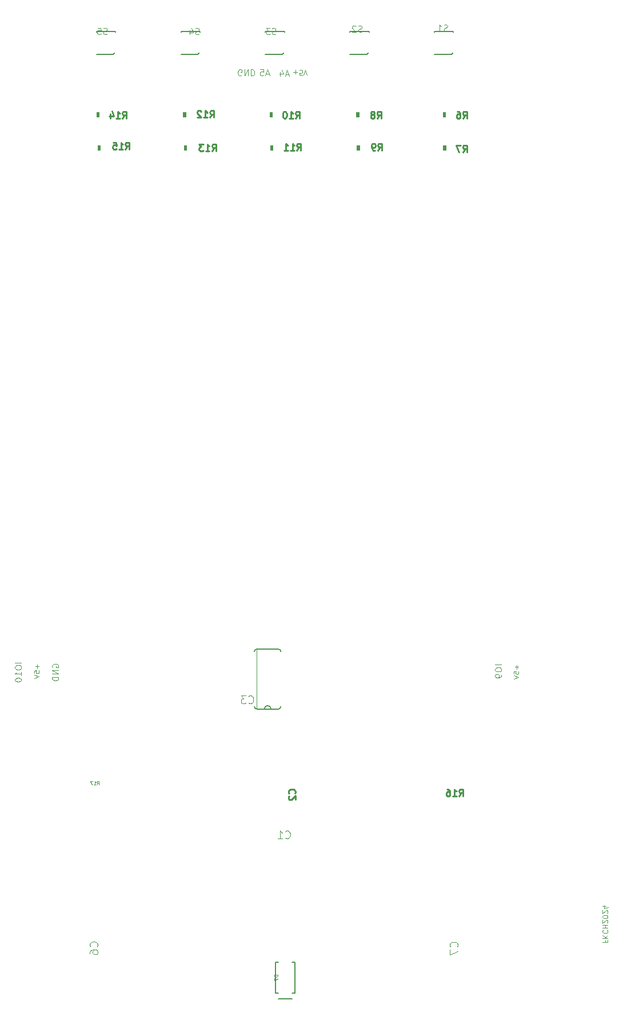
<source format=gbr>
%TF.GenerationSoftware,KiCad,Pcbnew,7.0.7*%
%TF.CreationDate,2024-03-05T14:43:23+08:00*%
%TF.ProjectId,lekirbotv2,6c656b69-7262-46f7-9476-322e6b696361,rev?*%
%TF.SameCoordinates,Original*%
%TF.FileFunction,Legend,Bot*%
%TF.FilePolarity,Positive*%
%FSLAX46Y46*%
G04 Gerber Fmt 4.6, Leading zero omitted, Abs format (unit mm)*
G04 Created by KiCad (PCBNEW 7.0.7) date 2024-03-05 14:43:23*
%MOMM*%
%LPD*%
G01*
G04 APERTURE LIST*
%ADD10C,0.081280*%
%ADD11C,0.065024*%
%ADD12C,0.097536*%
%ADD13C,0.121920*%
%ADD14C,0.250000*%
%ADD15C,0.093472*%
%ADD16C,0.116840*%
%ADD17C,0.114300*%
%ADD18C,0.203200*%
%ADD19C,0.050800*%
%ADD20C,0.152400*%
G04 APERTURE END LIST*
D10*
X55177581Y-131255276D02*
X54242861Y-131255276D01*
X54242861Y-131878423D02*
X54242861Y-132056465D01*
X54242861Y-132056465D02*
X54287371Y-132145486D01*
X54287371Y-132145486D02*
X54376392Y-132234507D01*
X54376392Y-132234507D02*
X54554434Y-132279017D01*
X54554434Y-132279017D02*
X54866008Y-132279017D01*
X54866008Y-132279017D02*
X55044050Y-132234507D01*
X55044050Y-132234507D02*
X55133071Y-132145486D01*
X55133071Y-132145486D02*
X55177581Y-132056465D01*
X55177581Y-132056465D02*
X55177581Y-131878423D01*
X55177581Y-131878423D02*
X55133071Y-131789402D01*
X55133071Y-131789402D02*
X55044050Y-131700381D01*
X55044050Y-131700381D02*
X54866008Y-131655870D01*
X54866008Y-131655870D02*
X54554434Y-131655870D01*
X54554434Y-131655870D02*
X54376392Y-131700381D01*
X54376392Y-131700381D02*
X54287371Y-131789402D01*
X54287371Y-131789402D02*
X54242861Y-131878423D01*
X55177581Y-133169226D02*
X55177581Y-132635100D01*
X55177581Y-132902163D02*
X54242861Y-132902163D01*
X54242861Y-132902163D02*
X54376392Y-132813142D01*
X54376392Y-132813142D02*
X54465413Y-132724121D01*
X54465413Y-132724121D02*
X54509924Y-132635100D01*
X54242861Y-133747863D02*
X54242861Y-133836884D01*
X54242861Y-133836884D02*
X54287371Y-133925905D01*
X54287371Y-133925905D02*
X54331882Y-133970415D01*
X54331882Y-133970415D02*
X54420903Y-134014926D01*
X54420903Y-134014926D02*
X54598945Y-134059436D01*
X54598945Y-134059436D02*
X54821497Y-134059436D01*
X54821497Y-134059436D02*
X54999539Y-134014926D01*
X54999539Y-134014926D02*
X55088560Y-133970415D01*
X55088560Y-133970415D02*
X55133071Y-133925905D01*
X55133071Y-133925905D02*
X55177581Y-133836884D01*
X55177581Y-133836884D02*
X55177581Y-133747863D01*
X55177581Y-133747863D02*
X55133071Y-133658842D01*
X55133071Y-133658842D02*
X55088560Y-133614331D01*
X55088560Y-133614331D02*
X54999539Y-133569821D01*
X54999539Y-133569821D02*
X54821497Y-133525310D01*
X54821497Y-133525310D02*
X54598945Y-133525310D01*
X54598945Y-133525310D02*
X54420903Y-133569821D01*
X54420903Y-133569821D02*
X54331882Y-133614331D01*
X54331882Y-133614331D02*
X54287371Y-133658842D01*
X54287371Y-133658842D02*
X54242861Y-133747863D01*
X67840885Y-38240471D02*
X67707353Y-38284981D01*
X67707353Y-38284981D02*
X67484801Y-38284981D01*
X67484801Y-38284981D02*
X67395780Y-38240471D01*
X67395780Y-38240471D02*
X67351269Y-38195960D01*
X67351269Y-38195960D02*
X67306759Y-38106939D01*
X67306759Y-38106939D02*
X67306759Y-38017918D01*
X67306759Y-38017918D02*
X67351269Y-37928897D01*
X67351269Y-37928897D02*
X67395780Y-37884387D01*
X67395780Y-37884387D02*
X67484801Y-37839876D01*
X67484801Y-37839876D02*
X67662843Y-37795366D01*
X67662843Y-37795366D02*
X67751864Y-37750855D01*
X67751864Y-37750855D02*
X67796374Y-37706345D01*
X67796374Y-37706345D02*
X67840885Y-37617324D01*
X67840885Y-37617324D02*
X67840885Y-37528303D01*
X67840885Y-37528303D02*
X67796374Y-37439282D01*
X67796374Y-37439282D02*
X67751864Y-37394771D01*
X67751864Y-37394771D02*
X67662843Y-37350261D01*
X67662843Y-37350261D02*
X67440290Y-37350261D01*
X67440290Y-37350261D02*
X67306759Y-37394771D01*
X66461059Y-37350261D02*
X66906164Y-37350261D01*
X66906164Y-37350261D02*
X66950675Y-37795366D01*
X66950675Y-37795366D02*
X66906164Y-37750855D01*
X66906164Y-37750855D02*
X66817143Y-37706345D01*
X66817143Y-37706345D02*
X66594591Y-37706345D01*
X66594591Y-37706345D02*
X66505570Y-37750855D01*
X66505570Y-37750855D02*
X66461059Y-37795366D01*
X66461059Y-37795366D02*
X66416549Y-37884387D01*
X66416549Y-37884387D02*
X66416549Y-38106939D01*
X66416549Y-38106939D02*
X66461059Y-38195960D01*
X66461059Y-38195960D02*
X66505570Y-38240471D01*
X66505570Y-38240471D02*
X66594591Y-38284981D01*
X66594591Y-38284981D02*
X66817143Y-38284981D01*
X66817143Y-38284981D02*
X66906164Y-38240471D01*
X66906164Y-38240471D02*
X66950675Y-38195960D01*
X87761040Y-44390828D02*
X87672019Y-44435338D01*
X87672019Y-44435338D02*
X87538488Y-44435338D01*
X87538488Y-44435338D02*
X87404956Y-44390828D01*
X87404956Y-44390828D02*
X87315935Y-44301807D01*
X87315935Y-44301807D02*
X87271425Y-44212786D01*
X87271425Y-44212786D02*
X87226914Y-44034744D01*
X87226914Y-44034744D02*
X87226914Y-43901212D01*
X87226914Y-43901212D02*
X87271425Y-43723170D01*
X87271425Y-43723170D02*
X87315935Y-43634149D01*
X87315935Y-43634149D02*
X87404956Y-43545129D01*
X87404956Y-43545129D02*
X87538488Y-43500618D01*
X87538488Y-43500618D02*
X87627509Y-43500618D01*
X87627509Y-43500618D02*
X87761040Y-43545129D01*
X87761040Y-43545129D02*
X87805551Y-43589639D01*
X87805551Y-43589639D02*
X87805551Y-43901212D01*
X87805551Y-43901212D02*
X87627509Y-43901212D01*
X88206145Y-43500618D02*
X88206145Y-44435338D01*
X88206145Y-44435338D02*
X88740271Y-43500618D01*
X88740271Y-43500618D02*
X88740271Y-44435338D01*
X89185375Y-43500618D02*
X89185375Y-44435338D01*
X89185375Y-44435338D02*
X89407927Y-44435338D01*
X89407927Y-44435338D02*
X89541459Y-44390828D01*
X89541459Y-44390828D02*
X89630480Y-44301807D01*
X89630480Y-44301807D02*
X89674990Y-44212786D01*
X89674990Y-44212786D02*
X89719501Y-44034744D01*
X89719501Y-44034744D02*
X89719501Y-43901212D01*
X89719501Y-43901212D02*
X89674990Y-43723170D01*
X89674990Y-43723170D02*
X89630480Y-43634149D01*
X89630480Y-43634149D02*
X89541459Y-43545129D01*
X89541459Y-43545129D02*
X89407927Y-43500618D01*
X89407927Y-43500618D02*
X89185375Y-43500618D01*
X81479728Y-38316671D02*
X81346196Y-38361181D01*
X81346196Y-38361181D02*
X81123644Y-38361181D01*
X81123644Y-38361181D02*
X81034623Y-38316671D01*
X81034623Y-38316671D02*
X80990112Y-38272160D01*
X80990112Y-38272160D02*
X80945602Y-38183139D01*
X80945602Y-38183139D02*
X80945602Y-38094118D01*
X80945602Y-38094118D02*
X80990112Y-38005097D01*
X80990112Y-38005097D02*
X81034623Y-37960587D01*
X81034623Y-37960587D02*
X81123644Y-37916076D01*
X81123644Y-37916076D02*
X81301686Y-37871566D01*
X81301686Y-37871566D02*
X81390707Y-37827055D01*
X81390707Y-37827055D02*
X81435217Y-37782545D01*
X81435217Y-37782545D02*
X81479728Y-37693524D01*
X81479728Y-37693524D02*
X81479728Y-37604503D01*
X81479728Y-37604503D02*
X81435217Y-37515482D01*
X81435217Y-37515482D02*
X81390707Y-37470971D01*
X81390707Y-37470971D02*
X81301686Y-37426461D01*
X81301686Y-37426461D02*
X81079133Y-37426461D01*
X81079133Y-37426461D02*
X80945602Y-37470971D01*
X80144413Y-37738034D02*
X80144413Y-38361181D01*
X80366965Y-37381951D02*
X80589518Y-38049608D01*
X80589518Y-38049608D02*
X80010881Y-38049608D01*
X118285285Y-37783271D02*
X118151753Y-37827781D01*
X118151753Y-37827781D02*
X117929201Y-37827781D01*
X117929201Y-37827781D02*
X117840180Y-37783271D01*
X117840180Y-37783271D02*
X117795669Y-37738760D01*
X117795669Y-37738760D02*
X117751159Y-37649739D01*
X117751159Y-37649739D02*
X117751159Y-37560718D01*
X117751159Y-37560718D02*
X117795669Y-37471697D01*
X117795669Y-37471697D02*
X117840180Y-37427187D01*
X117840180Y-37427187D02*
X117929201Y-37382676D01*
X117929201Y-37382676D02*
X118107243Y-37338166D01*
X118107243Y-37338166D02*
X118196264Y-37293655D01*
X118196264Y-37293655D02*
X118240774Y-37249145D01*
X118240774Y-37249145D02*
X118285285Y-37160124D01*
X118285285Y-37160124D02*
X118285285Y-37071103D01*
X118285285Y-37071103D02*
X118240774Y-36982082D01*
X118240774Y-36982082D02*
X118196264Y-36937571D01*
X118196264Y-36937571D02*
X118107243Y-36893061D01*
X118107243Y-36893061D02*
X117884690Y-36893061D01*
X117884690Y-36893061D02*
X117751159Y-36937571D01*
X116860949Y-37827781D02*
X117395075Y-37827781D01*
X117128012Y-37827781D02*
X117128012Y-36893061D01*
X117128012Y-36893061D02*
X117217033Y-37026592D01*
X117217033Y-37026592D02*
X117306054Y-37115613D01*
X117306054Y-37115613D02*
X117395075Y-37160124D01*
D11*
X141673889Y-172388218D02*
X141673889Y-172637477D01*
X141282197Y-172637477D02*
X142029973Y-172637477D01*
X142029973Y-172637477D02*
X142029973Y-172281393D01*
X141282197Y-171996526D02*
X142029973Y-171996526D01*
X141282197Y-171569225D02*
X141709498Y-171889700D01*
X142029973Y-171569225D02*
X141602673Y-171996526D01*
X141353414Y-170821449D02*
X141317806Y-170857057D01*
X141317806Y-170857057D02*
X141282197Y-170963883D01*
X141282197Y-170963883D02*
X141282197Y-171035099D01*
X141282197Y-171035099D02*
X141317806Y-171141924D01*
X141317806Y-171141924D02*
X141389022Y-171213141D01*
X141389022Y-171213141D02*
X141460239Y-171248750D01*
X141460239Y-171248750D02*
X141602673Y-171284358D01*
X141602673Y-171284358D02*
X141709498Y-171284358D01*
X141709498Y-171284358D02*
X141851931Y-171248750D01*
X141851931Y-171248750D02*
X141923148Y-171213141D01*
X141923148Y-171213141D02*
X141994365Y-171141924D01*
X141994365Y-171141924D02*
X142029973Y-171035099D01*
X142029973Y-171035099D02*
X142029973Y-170963883D01*
X142029973Y-170963883D02*
X141994365Y-170857057D01*
X141994365Y-170857057D02*
X141958756Y-170821449D01*
X141282197Y-170500974D02*
X142029973Y-170500974D01*
X141673889Y-170500974D02*
X141673889Y-170073673D01*
X141282197Y-170073673D02*
X142029973Y-170073673D01*
X141958756Y-169753198D02*
X141994365Y-169717590D01*
X141994365Y-169717590D02*
X142029973Y-169646373D01*
X142029973Y-169646373D02*
X142029973Y-169468331D01*
X142029973Y-169468331D02*
X141994365Y-169397114D01*
X141994365Y-169397114D02*
X141958756Y-169361506D01*
X141958756Y-169361506D02*
X141887540Y-169325897D01*
X141887540Y-169325897D02*
X141816323Y-169325897D01*
X141816323Y-169325897D02*
X141709498Y-169361506D01*
X141709498Y-169361506D02*
X141282197Y-169788806D01*
X141282197Y-169788806D02*
X141282197Y-169325897D01*
X142029973Y-168862988D02*
X142029973Y-168791771D01*
X142029973Y-168791771D02*
X141994365Y-168720555D01*
X141994365Y-168720555D02*
X141958756Y-168684946D01*
X141958756Y-168684946D02*
X141887540Y-168649338D01*
X141887540Y-168649338D02*
X141745106Y-168613729D01*
X141745106Y-168613729D02*
X141567064Y-168613729D01*
X141567064Y-168613729D02*
X141424631Y-168649338D01*
X141424631Y-168649338D02*
X141353414Y-168684946D01*
X141353414Y-168684946D02*
X141317806Y-168720555D01*
X141317806Y-168720555D02*
X141282197Y-168791771D01*
X141282197Y-168791771D02*
X141282197Y-168862988D01*
X141282197Y-168862988D02*
X141317806Y-168934205D01*
X141317806Y-168934205D02*
X141353414Y-168969813D01*
X141353414Y-168969813D02*
X141424631Y-169005422D01*
X141424631Y-169005422D02*
X141567064Y-169041030D01*
X141567064Y-169041030D02*
X141745106Y-169041030D01*
X141745106Y-169041030D02*
X141887540Y-169005422D01*
X141887540Y-169005422D02*
X141958756Y-168969813D01*
X141958756Y-168969813D02*
X141994365Y-168934205D01*
X141994365Y-168934205D02*
X142029973Y-168862988D01*
X141958756Y-168328862D02*
X141994365Y-168293254D01*
X141994365Y-168293254D02*
X142029973Y-168222037D01*
X142029973Y-168222037D02*
X142029973Y-168043995D01*
X142029973Y-168043995D02*
X141994365Y-167972778D01*
X141994365Y-167972778D02*
X141958756Y-167937170D01*
X141958756Y-167937170D02*
X141887540Y-167901561D01*
X141887540Y-167901561D02*
X141816323Y-167901561D01*
X141816323Y-167901561D02*
X141709498Y-167937170D01*
X141709498Y-167937170D02*
X141282197Y-168364470D01*
X141282197Y-168364470D02*
X141282197Y-167901561D01*
X141780714Y-167260610D02*
X141282197Y-167260610D01*
X142065582Y-167438652D02*
X141531456Y-167616694D01*
X141531456Y-167616694D02*
X141531456Y-167153785D01*
X128551038Y-131631870D02*
X128551038Y-132201605D01*
X128835905Y-131916737D02*
X128266171Y-131916737D01*
X128088129Y-132913772D02*
X128088129Y-132557688D01*
X128088129Y-132557688D02*
X128444213Y-132522080D01*
X128444213Y-132522080D02*
X128408604Y-132557688D01*
X128408604Y-132557688D02*
X128372996Y-132628905D01*
X128372996Y-132628905D02*
X128372996Y-132806947D01*
X128372996Y-132806947D02*
X128408604Y-132878164D01*
X128408604Y-132878164D02*
X128444213Y-132913772D01*
X128444213Y-132913772D02*
X128515429Y-132949381D01*
X128515429Y-132949381D02*
X128693471Y-132949381D01*
X128693471Y-132949381D02*
X128764688Y-132913772D01*
X128764688Y-132913772D02*
X128800297Y-132878164D01*
X128800297Y-132878164D02*
X128835905Y-132806947D01*
X128835905Y-132806947D02*
X128835905Y-132628905D01*
X128835905Y-132628905D02*
X128800297Y-132557688D01*
X128800297Y-132557688D02*
X128764688Y-132522080D01*
X128088129Y-133163031D02*
X128835905Y-133412290D01*
X128835905Y-133412290D02*
X128088129Y-133661549D01*
D10*
X94764885Y-44240918D02*
X94319780Y-44240918D01*
X94853906Y-44507981D02*
X94542332Y-43573261D01*
X94542332Y-43573261D02*
X94230759Y-44507981D01*
X93518591Y-43884834D02*
X93518591Y-44507981D01*
X93741143Y-43528751D02*
X93963696Y-44196408D01*
X93963696Y-44196408D02*
X93385059Y-44196408D01*
D11*
X95471219Y-43888761D02*
X96040954Y-43888761D01*
X95756086Y-43603894D02*
X95756086Y-44173628D01*
X96753121Y-44351670D02*
X96397037Y-44351670D01*
X96397037Y-44351670D02*
X96361429Y-43995586D01*
X96361429Y-43995586D02*
X96397037Y-44031195D01*
X96397037Y-44031195D02*
X96468254Y-44066803D01*
X96468254Y-44066803D02*
X96646296Y-44066803D01*
X96646296Y-44066803D02*
X96717513Y-44031195D01*
X96717513Y-44031195D02*
X96753121Y-43995586D01*
X96753121Y-43995586D02*
X96788730Y-43924370D01*
X96788730Y-43924370D02*
X96788730Y-43746328D01*
X96788730Y-43746328D02*
X96753121Y-43675111D01*
X96753121Y-43675111D02*
X96717513Y-43639503D01*
X96717513Y-43639503D02*
X96646296Y-43603894D01*
X96646296Y-43603894D02*
X96468254Y-43603894D01*
X96468254Y-43603894D02*
X96397037Y-43639503D01*
X96397037Y-43639503D02*
X96361429Y-43675111D01*
X97002380Y-44351670D02*
X97251639Y-43603894D01*
X97251639Y-43603894D02*
X97500898Y-44351670D01*
D10*
X59773771Y-131948091D02*
X59729261Y-131859070D01*
X59729261Y-131859070D02*
X59729261Y-131725539D01*
X59729261Y-131725539D02*
X59773771Y-131592007D01*
X59773771Y-131592007D02*
X59862792Y-131502986D01*
X59862792Y-131502986D02*
X59951813Y-131458476D01*
X59951813Y-131458476D02*
X60129855Y-131413965D01*
X60129855Y-131413965D02*
X60263387Y-131413965D01*
X60263387Y-131413965D02*
X60441429Y-131458476D01*
X60441429Y-131458476D02*
X60530450Y-131502986D01*
X60530450Y-131502986D02*
X60619471Y-131592007D01*
X60619471Y-131592007D02*
X60663981Y-131725539D01*
X60663981Y-131725539D02*
X60663981Y-131814560D01*
X60663981Y-131814560D02*
X60619471Y-131948091D01*
X60619471Y-131948091D02*
X60574960Y-131992602D01*
X60574960Y-131992602D02*
X60263387Y-131992602D01*
X60263387Y-131992602D02*
X60263387Y-131814560D01*
X60663981Y-132393196D02*
X59729261Y-132393196D01*
X59729261Y-132393196D02*
X60663981Y-132927322D01*
X60663981Y-132927322D02*
X59729261Y-132927322D01*
X60663981Y-133372426D02*
X59729261Y-133372426D01*
X59729261Y-133372426D02*
X59729261Y-133594978D01*
X59729261Y-133594978D02*
X59773771Y-133728510D01*
X59773771Y-133728510D02*
X59862792Y-133817531D01*
X59862792Y-133817531D02*
X59951813Y-133862041D01*
X59951813Y-133862041D02*
X60129855Y-133906552D01*
X60129855Y-133906552D02*
X60263387Y-133906552D01*
X60263387Y-133906552D02*
X60441429Y-133862041D01*
X60441429Y-133862041D02*
X60530450Y-133817531D01*
X60530450Y-133817531D02*
X60619471Y-133728510D01*
X60619471Y-133728510D02*
X60663981Y-133594978D01*
X60663981Y-133594978D02*
X60663981Y-133372426D01*
X91843885Y-44139318D02*
X91398780Y-44139318D01*
X91932906Y-44406381D02*
X91621332Y-43471661D01*
X91621332Y-43471661D02*
X91309759Y-44406381D01*
X90553080Y-43471661D02*
X90998185Y-43471661D01*
X90998185Y-43471661D02*
X91042696Y-43916766D01*
X91042696Y-43916766D02*
X90998185Y-43872255D01*
X90998185Y-43872255D02*
X90909164Y-43827745D01*
X90909164Y-43827745D02*
X90686612Y-43827745D01*
X90686612Y-43827745D02*
X90597591Y-43872255D01*
X90597591Y-43872255D02*
X90553080Y-43916766D01*
X90553080Y-43916766D02*
X90508570Y-44005787D01*
X90508570Y-44005787D02*
X90508570Y-44228339D01*
X90508570Y-44228339D02*
X90553080Y-44317360D01*
X90553080Y-44317360D02*
X90597591Y-44361871D01*
X90597591Y-44361871D02*
X90686612Y-44406381D01*
X90686612Y-44406381D02*
X90909164Y-44406381D01*
X90909164Y-44406381D02*
X90998185Y-44361871D01*
X90998185Y-44361871D02*
X91042696Y-44317360D01*
D11*
X57507238Y-131530270D02*
X57507238Y-132100005D01*
X57792105Y-131815137D02*
X57222371Y-131815137D01*
X57044329Y-132812172D02*
X57044329Y-132456088D01*
X57044329Y-132456088D02*
X57400413Y-132420480D01*
X57400413Y-132420480D02*
X57364804Y-132456088D01*
X57364804Y-132456088D02*
X57329196Y-132527305D01*
X57329196Y-132527305D02*
X57329196Y-132705347D01*
X57329196Y-132705347D02*
X57364804Y-132776564D01*
X57364804Y-132776564D02*
X57400413Y-132812172D01*
X57400413Y-132812172D02*
X57471629Y-132847781D01*
X57471629Y-132847781D02*
X57649671Y-132847781D01*
X57649671Y-132847781D02*
X57720888Y-132812172D01*
X57720888Y-132812172D02*
X57756497Y-132776564D01*
X57756497Y-132776564D02*
X57792105Y-132705347D01*
X57792105Y-132705347D02*
X57792105Y-132527305D01*
X57792105Y-132527305D02*
X57756497Y-132456088D01*
X57756497Y-132456088D02*
X57720888Y-132420480D01*
X57044329Y-133061431D02*
X57792105Y-133310690D01*
X57792105Y-133310690D02*
X57044329Y-133559949D01*
D10*
X92849043Y-38316671D02*
X92715511Y-38361181D01*
X92715511Y-38361181D02*
X92492959Y-38361181D01*
X92492959Y-38361181D02*
X92403938Y-38316671D01*
X92403938Y-38316671D02*
X92359427Y-38272160D01*
X92359427Y-38272160D02*
X92314917Y-38183139D01*
X92314917Y-38183139D02*
X92314917Y-38094118D01*
X92314917Y-38094118D02*
X92359427Y-38005097D01*
X92359427Y-38005097D02*
X92403938Y-37960587D01*
X92403938Y-37960587D02*
X92492959Y-37916076D01*
X92492959Y-37916076D02*
X92671001Y-37871566D01*
X92671001Y-37871566D02*
X92760022Y-37827055D01*
X92760022Y-37827055D02*
X92804532Y-37782545D01*
X92804532Y-37782545D02*
X92849043Y-37693524D01*
X92849043Y-37693524D02*
X92849043Y-37604503D01*
X92849043Y-37604503D02*
X92804532Y-37515482D01*
X92804532Y-37515482D02*
X92760022Y-37470971D01*
X92760022Y-37470971D02*
X92671001Y-37426461D01*
X92671001Y-37426461D02*
X92448448Y-37426461D01*
X92448448Y-37426461D02*
X92314917Y-37470971D01*
X92003343Y-37426461D02*
X91424707Y-37426461D01*
X91424707Y-37426461D02*
X91736280Y-37782545D01*
X91736280Y-37782545D02*
X91602749Y-37782545D01*
X91602749Y-37782545D02*
X91513728Y-37827055D01*
X91513728Y-37827055D02*
X91469217Y-37871566D01*
X91469217Y-37871566D02*
X91424707Y-37960587D01*
X91424707Y-37960587D02*
X91424707Y-38183139D01*
X91424707Y-38183139D02*
X91469217Y-38272160D01*
X91469217Y-38272160D02*
X91513728Y-38316671D01*
X91513728Y-38316671D02*
X91602749Y-38361181D01*
X91602749Y-38361181D02*
X91869812Y-38361181D01*
X91869812Y-38361181D02*
X91958833Y-38316671D01*
X91958833Y-38316671D02*
X92003343Y-38272160D01*
X105610685Y-37935671D02*
X105477153Y-37980181D01*
X105477153Y-37980181D02*
X105254601Y-37980181D01*
X105254601Y-37980181D02*
X105165580Y-37935671D01*
X105165580Y-37935671D02*
X105121069Y-37891160D01*
X105121069Y-37891160D02*
X105076559Y-37802139D01*
X105076559Y-37802139D02*
X105076559Y-37713118D01*
X105076559Y-37713118D02*
X105121069Y-37624097D01*
X105121069Y-37624097D02*
X105165580Y-37579587D01*
X105165580Y-37579587D02*
X105254601Y-37535076D01*
X105254601Y-37535076D02*
X105432643Y-37490566D01*
X105432643Y-37490566D02*
X105521664Y-37446055D01*
X105521664Y-37446055D02*
X105566174Y-37401545D01*
X105566174Y-37401545D02*
X105610685Y-37312524D01*
X105610685Y-37312524D02*
X105610685Y-37223503D01*
X105610685Y-37223503D02*
X105566174Y-37134482D01*
X105566174Y-37134482D02*
X105521664Y-37089971D01*
X105521664Y-37089971D02*
X105432643Y-37045461D01*
X105432643Y-37045461D02*
X105210090Y-37045461D01*
X105210090Y-37045461D02*
X105076559Y-37089971D01*
X104720475Y-37134482D02*
X104675964Y-37089971D01*
X104675964Y-37089971D02*
X104586943Y-37045461D01*
X104586943Y-37045461D02*
X104364391Y-37045461D01*
X104364391Y-37045461D02*
X104275370Y-37089971D01*
X104275370Y-37089971D02*
X104230859Y-37134482D01*
X104230859Y-37134482D02*
X104186349Y-37223503D01*
X104186349Y-37223503D02*
X104186349Y-37312524D01*
X104186349Y-37312524D02*
X104230859Y-37446055D01*
X104230859Y-37446055D02*
X104764985Y-37980181D01*
X104764985Y-37980181D02*
X104186349Y-37980181D01*
X126297581Y-131560076D02*
X125362861Y-131560076D01*
X125362861Y-132183223D02*
X125362861Y-132361265D01*
X125362861Y-132361265D02*
X125407371Y-132450286D01*
X125407371Y-132450286D02*
X125496392Y-132539307D01*
X125496392Y-132539307D02*
X125674434Y-132583817D01*
X125674434Y-132583817D02*
X125986008Y-132583817D01*
X125986008Y-132583817D02*
X126164050Y-132539307D01*
X126164050Y-132539307D02*
X126253071Y-132450286D01*
X126253071Y-132450286D02*
X126297581Y-132361265D01*
X126297581Y-132361265D02*
X126297581Y-132183223D01*
X126297581Y-132183223D02*
X126253071Y-132094202D01*
X126253071Y-132094202D02*
X126164050Y-132005181D01*
X126164050Y-132005181D02*
X125986008Y-131960670D01*
X125986008Y-131960670D02*
X125674434Y-131960670D01*
X125674434Y-131960670D02*
X125496392Y-132005181D01*
X125496392Y-132005181D02*
X125407371Y-132094202D01*
X125407371Y-132094202D02*
X125362861Y-132183223D01*
X126297581Y-133028921D02*
X126297581Y-133206963D01*
X126297581Y-133206963D02*
X126253071Y-133295984D01*
X126253071Y-133295984D02*
X126208560Y-133340495D01*
X126208560Y-133340495D02*
X126075029Y-133429516D01*
X126075029Y-133429516D02*
X125896987Y-133474026D01*
X125896987Y-133474026D02*
X125540903Y-133474026D01*
X125540903Y-133474026D02*
X125451882Y-133429516D01*
X125451882Y-133429516D02*
X125407371Y-133385005D01*
X125407371Y-133385005D02*
X125362861Y-133295984D01*
X125362861Y-133295984D02*
X125362861Y-133117942D01*
X125362861Y-133117942D02*
X125407371Y-133028921D01*
X125407371Y-133028921D02*
X125451882Y-132984411D01*
X125451882Y-132984411D02*
X125540903Y-132939900D01*
X125540903Y-132939900D02*
X125763455Y-132939900D01*
X125763455Y-132939900D02*
X125852476Y-132984411D01*
X125852476Y-132984411D02*
X125896987Y-133028921D01*
X125896987Y-133028921D02*
X125941497Y-133117942D01*
X125941497Y-133117942D02*
X125941497Y-133295984D01*
X125941497Y-133295984D02*
X125896987Y-133385005D01*
X125896987Y-133385005D02*
X125852476Y-133429516D01*
X125852476Y-133429516D02*
X125763455Y-133474026D01*
D12*
X93114776Y-177447099D02*
X92602712Y-177447099D01*
X92602712Y-177447099D02*
X92602712Y-177569019D01*
X92602712Y-177569019D02*
X92627096Y-177642171D01*
X92627096Y-177642171D02*
X92675864Y-177690939D01*
X92675864Y-177690939D02*
X92724632Y-177715323D01*
X92724632Y-177715323D02*
X92822168Y-177739707D01*
X92822168Y-177739707D02*
X92895320Y-177739707D01*
X92895320Y-177739707D02*
X92992856Y-177715323D01*
X92992856Y-177715323D02*
X93041624Y-177690939D01*
X93041624Y-177690939D02*
X93090392Y-177642171D01*
X93090392Y-177642171D02*
X93114776Y-177569019D01*
X93114776Y-177569019D02*
X93114776Y-177447099D01*
X92602712Y-177910395D02*
X92602712Y-178251771D01*
X92602712Y-178251771D02*
X93114776Y-178032315D01*
D13*
X66353908Y-149302828D02*
X66516468Y-149070600D01*
X66632582Y-149302828D02*
X66632582Y-148815148D01*
X66632582Y-148815148D02*
X66446799Y-148815148D01*
X66446799Y-148815148D02*
X66400354Y-148838371D01*
X66400354Y-148838371D02*
X66377131Y-148861594D01*
X66377131Y-148861594D02*
X66353908Y-148908040D01*
X66353908Y-148908040D02*
X66353908Y-148977708D01*
X66353908Y-148977708D02*
X66377131Y-149024154D01*
X66377131Y-149024154D02*
X66400354Y-149047377D01*
X66400354Y-149047377D02*
X66446799Y-149070600D01*
X66446799Y-149070600D02*
X66632582Y-149070600D01*
X65889451Y-149302828D02*
X66168125Y-149302828D01*
X66028788Y-149302828D02*
X66028788Y-148815148D01*
X66028788Y-148815148D02*
X66075234Y-148884817D01*
X66075234Y-148884817D02*
X66121679Y-148931263D01*
X66121679Y-148931263D02*
X66168125Y-148954486D01*
X65726891Y-148815148D02*
X65401771Y-148815148D01*
X65401771Y-148815148D02*
X65610777Y-149302828D01*
D14*
X83100403Y-50612619D02*
X83433736Y-50136428D01*
X83671831Y-50612619D02*
X83671831Y-49612619D01*
X83671831Y-49612619D02*
X83290879Y-49612619D01*
X83290879Y-49612619D02*
X83195641Y-49660238D01*
X83195641Y-49660238D02*
X83148022Y-49707857D01*
X83148022Y-49707857D02*
X83100403Y-49803095D01*
X83100403Y-49803095D02*
X83100403Y-49945952D01*
X83100403Y-49945952D02*
X83148022Y-50041190D01*
X83148022Y-50041190D02*
X83195641Y-50088809D01*
X83195641Y-50088809D02*
X83290879Y-50136428D01*
X83290879Y-50136428D02*
X83671831Y-50136428D01*
X82148022Y-50612619D02*
X82719450Y-50612619D01*
X82433736Y-50612619D02*
X82433736Y-49612619D01*
X82433736Y-49612619D02*
X82528974Y-49755476D01*
X82528974Y-49755476D02*
X82624212Y-49850714D01*
X82624212Y-49850714D02*
X82719450Y-49898333D01*
X81767069Y-49707857D02*
X81719450Y-49660238D01*
X81719450Y-49660238D02*
X81624212Y-49612619D01*
X81624212Y-49612619D02*
X81386117Y-49612619D01*
X81386117Y-49612619D02*
X81290879Y-49660238D01*
X81290879Y-49660238D02*
X81243260Y-49707857D01*
X81243260Y-49707857D02*
X81195641Y-49803095D01*
X81195641Y-49803095D02*
X81195641Y-49898333D01*
X81195641Y-49898333D02*
X81243260Y-50041190D01*
X81243260Y-50041190D02*
X81814688Y-50612619D01*
X81814688Y-50612619D02*
X81195641Y-50612619D01*
X95654780Y-150599184D02*
X95702400Y-150551565D01*
X95702400Y-150551565D02*
X95750019Y-150408708D01*
X95750019Y-150408708D02*
X95750019Y-150313470D01*
X95750019Y-150313470D02*
X95702400Y-150170613D01*
X95702400Y-150170613D02*
X95607161Y-150075375D01*
X95607161Y-150075375D02*
X95511923Y-150027756D01*
X95511923Y-150027756D02*
X95321447Y-149980137D01*
X95321447Y-149980137D02*
X95178590Y-149980137D01*
X95178590Y-149980137D02*
X94988114Y-150027756D01*
X94988114Y-150027756D02*
X94892876Y-150075375D01*
X94892876Y-150075375D02*
X94797638Y-150170613D01*
X94797638Y-150170613D02*
X94750019Y-150313470D01*
X94750019Y-150313470D02*
X94750019Y-150408708D01*
X94750019Y-150408708D02*
X94797638Y-150551565D01*
X94797638Y-150551565D02*
X94845257Y-150599184D01*
X94845257Y-150980137D02*
X94797638Y-151027756D01*
X94797638Y-151027756D02*
X94750019Y-151122994D01*
X94750019Y-151122994D02*
X94750019Y-151361089D01*
X94750019Y-151361089D02*
X94797638Y-151456327D01*
X94797638Y-151456327D02*
X94845257Y-151503946D01*
X94845257Y-151503946D02*
X94940495Y-151551565D01*
X94940495Y-151551565D02*
X95035733Y-151551565D01*
X95035733Y-151551565D02*
X95178590Y-151503946D01*
X95178590Y-151503946D02*
X95750019Y-150932518D01*
X95750019Y-150932518D02*
X95750019Y-151551565D01*
D15*
X66363304Y-173275872D02*
X66419330Y-173219847D01*
X66419330Y-173219847D02*
X66475355Y-173051771D01*
X66475355Y-173051771D02*
X66475355Y-172939721D01*
X66475355Y-172939721D02*
X66419330Y-172771646D01*
X66419330Y-172771646D02*
X66307279Y-172659595D01*
X66307279Y-172659595D02*
X66195229Y-172603570D01*
X66195229Y-172603570D02*
X65971128Y-172547545D01*
X65971128Y-172547545D02*
X65803053Y-172547545D01*
X65803053Y-172547545D02*
X65578952Y-172603570D01*
X65578952Y-172603570D02*
X65466902Y-172659595D01*
X65466902Y-172659595D02*
X65354852Y-172771646D01*
X65354852Y-172771646D02*
X65298827Y-172939721D01*
X65298827Y-172939721D02*
X65298827Y-173051771D01*
X65298827Y-173051771D02*
X65354852Y-173219847D01*
X65354852Y-173219847D02*
X65410877Y-173275872D01*
X65298827Y-174284325D02*
X65298827Y-174060224D01*
X65298827Y-174060224D02*
X65354852Y-173948174D01*
X65354852Y-173948174D02*
X65410877Y-173892149D01*
X65410877Y-173892149D02*
X65578952Y-173780098D01*
X65578952Y-173780098D02*
X65803053Y-173724073D01*
X65803053Y-173724073D02*
X66251254Y-173724073D01*
X66251254Y-173724073D02*
X66363304Y-173780098D01*
X66363304Y-173780098D02*
X66419330Y-173836123D01*
X66419330Y-173836123D02*
X66475355Y-173948174D01*
X66475355Y-173948174D02*
X66475355Y-174172274D01*
X66475355Y-174172274D02*
X66419330Y-174284325D01*
X66419330Y-174284325D02*
X66363304Y-174340350D01*
X66363304Y-174340350D02*
X66251254Y-174396375D01*
X66251254Y-174396375D02*
X65971128Y-174396375D01*
X65971128Y-174396375D02*
X65859078Y-174340350D01*
X65859078Y-174340350D02*
X65803053Y-174284325D01*
X65803053Y-174284325D02*
X65747028Y-174172274D01*
X65747028Y-174172274D02*
X65747028Y-173948174D01*
X65747028Y-173948174D02*
X65803053Y-173836123D01*
X65803053Y-173836123D02*
X65859078Y-173780098D01*
X65859078Y-173780098D02*
X65971128Y-173724073D01*
D14*
X119997857Y-150994619D02*
X120331190Y-150518428D01*
X120569285Y-150994619D02*
X120569285Y-149994619D01*
X120569285Y-149994619D02*
X120188333Y-149994619D01*
X120188333Y-149994619D02*
X120093095Y-150042238D01*
X120093095Y-150042238D02*
X120045476Y-150089857D01*
X120045476Y-150089857D02*
X119997857Y-150185095D01*
X119997857Y-150185095D02*
X119997857Y-150327952D01*
X119997857Y-150327952D02*
X120045476Y-150423190D01*
X120045476Y-150423190D02*
X120093095Y-150470809D01*
X120093095Y-150470809D02*
X120188333Y-150518428D01*
X120188333Y-150518428D02*
X120569285Y-150518428D01*
X119045476Y-150994619D02*
X119616904Y-150994619D01*
X119331190Y-150994619D02*
X119331190Y-149994619D01*
X119331190Y-149994619D02*
X119426428Y-150137476D01*
X119426428Y-150137476D02*
X119521666Y-150232714D01*
X119521666Y-150232714D02*
X119616904Y-150280333D01*
X118188333Y-149994619D02*
X118378809Y-149994619D01*
X118378809Y-149994619D02*
X118474047Y-150042238D01*
X118474047Y-150042238D02*
X118521666Y-150089857D01*
X118521666Y-150089857D02*
X118616904Y-150232714D01*
X118616904Y-150232714D02*
X118664523Y-150423190D01*
X118664523Y-150423190D02*
X118664523Y-150804142D01*
X118664523Y-150804142D02*
X118616904Y-150899380D01*
X118616904Y-150899380D02*
X118569285Y-150947000D01*
X118569285Y-150947000D02*
X118474047Y-150994619D01*
X118474047Y-150994619D02*
X118283571Y-150994619D01*
X118283571Y-150994619D02*
X118188333Y-150947000D01*
X118188333Y-150947000D02*
X118140714Y-150899380D01*
X118140714Y-150899380D02*
X118093095Y-150804142D01*
X118093095Y-150804142D02*
X118093095Y-150566047D01*
X118093095Y-150566047D02*
X118140714Y-150470809D01*
X118140714Y-150470809D02*
X118188333Y-150423190D01*
X118188333Y-150423190D02*
X118283571Y-150375571D01*
X118283571Y-150375571D02*
X118474047Y-150375571D01*
X118474047Y-150375571D02*
X118569285Y-150423190D01*
X118569285Y-150423190D02*
X118616904Y-150470809D01*
X118616904Y-150470809D02*
X118664523Y-150566047D01*
X83413111Y-55565619D02*
X83746444Y-55089428D01*
X83984539Y-55565619D02*
X83984539Y-54565619D01*
X83984539Y-54565619D02*
X83603587Y-54565619D01*
X83603587Y-54565619D02*
X83508349Y-54613238D01*
X83508349Y-54613238D02*
X83460730Y-54660857D01*
X83460730Y-54660857D02*
X83413111Y-54756095D01*
X83413111Y-54756095D02*
X83413111Y-54898952D01*
X83413111Y-54898952D02*
X83460730Y-54994190D01*
X83460730Y-54994190D02*
X83508349Y-55041809D01*
X83508349Y-55041809D02*
X83603587Y-55089428D01*
X83603587Y-55089428D02*
X83984539Y-55089428D01*
X82460730Y-55565619D02*
X83032158Y-55565619D01*
X82746444Y-55565619D02*
X82746444Y-54565619D01*
X82746444Y-54565619D02*
X82841682Y-54708476D01*
X82841682Y-54708476D02*
X82936920Y-54803714D01*
X82936920Y-54803714D02*
X83032158Y-54851333D01*
X82127396Y-54565619D02*
X81508349Y-54565619D01*
X81508349Y-54565619D02*
X81841682Y-54946571D01*
X81841682Y-54946571D02*
X81698825Y-54946571D01*
X81698825Y-54946571D02*
X81603587Y-54994190D01*
X81603587Y-54994190D02*
X81555968Y-55041809D01*
X81555968Y-55041809D02*
X81508349Y-55137047D01*
X81508349Y-55137047D02*
X81508349Y-55375142D01*
X81508349Y-55375142D02*
X81555968Y-55470380D01*
X81555968Y-55470380D02*
X81603587Y-55518000D01*
X81603587Y-55518000D02*
X81698825Y-55565619D01*
X81698825Y-55565619D02*
X81984539Y-55565619D01*
X81984539Y-55565619D02*
X82079777Y-55518000D01*
X82079777Y-55518000D02*
X82127396Y-55470380D01*
D16*
X94282965Y-157166622D02*
X94337877Y-157221535D01*
X94337877Y-157221535D02*
X94502615Y-157276447D01*
X94502615Y-157276447D02*
X94612439Y-157276447D01*
X94612439Y-157276447D02*
X94777176Y-157221535D01*
X94777176Y-157221535D02*
X94887001Y-157111710D01*
X94887001Y-157111710D02*
X94941914Y-157001885D01*
X94941914Y-157001885D02*
X94996826Y-156782235D01*
X94996826Y-156782235D02*
X94996826Y-156617498D01*
X94996826Y-156617498D02*
X94941914Y-156397849D01*
X94941914Y-156397849D02*
X94887001Y-156288024D01*
X94887001Y-156288024D02*
X94777176Y-156178199D01*
X94777176Y-156178199D02*
X94612439Y-156123287D01*
X94612439Y-156123287D02*
X94502615Y-156123287D01*
X94502615Y-156123287D02*
X94337877Y-156178199D01*
X94337877Y-156178199D02*
X94282965Y-156233112D01*
X93184717Y-157276447D02*
X93843666Y-157276447D01*
X93514192Y-157276447D02*
X93514192Y-156123287D01*
X93514192Y-156123287D02*
X93624016Y-156288024D01*
X93624016Y-156288024D02*
X93733841Y-156397849D01*
X93733841Y-156397849D02*
X93843666Y-156452761D01*
D14*
X95986111Y-55465619D02*
X96319444Y-54989428D01*
X96557539Y-55465619D02*
X96557539Y-54465619D01*
X96557539Y-54465619D02*
X96176587Y-54465619D01*
X96176587Y-54465619D02*
X96081349Y-54513238D01*
X96081349Y-54513238D02*
X96033730Y-54560857D01*
X96033730Y-54560857D02*
X95986111Y-54656095D01*
X95986111Y-54656095D02*
X95986111Y-54798952D01*
X95986111Y-54798952D02*
X96033730Y-54894190D01*
X96033730Y-54894190D02*
X96081349Y-54941809D01*
X96081349Y-54941809D02*
X96176587Y-54989428D01*
X96176587Y-54989428D02*
X96557539Y-54989428D01*
X95033730Y-55465619D02*
X95605158Y-55465619D01*
X95319444Y-55465619D02*
X95319444Y-54465619D01*
X95319444Y-54465619D02*
X95414682Y-54608476D01*
X95414682Y-54608476D02*
X95509920Y-54703714D01*
X95509920Y-54703714D02*
X95605158Y-54751333D01*
X94081349Y-55465619D02*
X94652777Y-55465619D01*
X94367063Y-55465619D02*
X94367063Y-54465619D01*
X94367063Y-54465619D02*
X94462301Y-54608476D01*
X94462301Y-54608476D02*
X94557539Y-54703714D01*
X94557539Y-54703714D02*
X94652777Y-54751333D01*
D17*
X90023236Y-137297789D02*
X90023236Y-136142089D01*
X88812503Y-137187722D02*
X88867536Y-137242756D01*
X88867536Y-137242756D02*
X89032636Y-137297789D01*
X89032636Y-137297789D02*
X89142703Y-137297789D01*
X89142703Y-137297789D02*
X89307803Y-137242756D01*
X89307803Y-137242756D02*
X89417870Y-137132689D01*
X89417870Y-137132689D02*
X89472903Y-137022622D01*
X89472903Y-137022622D02*
X89527936Y-136802489D01*
X89527936Y-136802489D02*
X89527936Y-136637389D01*
X89527936Y-136637389D02*
X89472903Y-136417256D01*
X89472903Y-136417256D02*
X89417870Y-136307189D01*
X89417870Y-136307189D02*
X89307803Y-136197122D01*
X89307803Y-136197122D02*
X89142703Y-136142089D01*
X89142703Y-136142089D02*
X89032636Y-136142089D01*
X89032636Y-136142089D02*
X88867536Y-136197122D01*
X88867536Y-136197122D02*
X88812503Y-136252156D01*
X88427270Y-136142089D02*
X87711836Y-136142089D01*
X87711836Y-136142089D02*
X88097070Y-136582356D01*
X88097070Y-136582356D02*
X87931970Y-136582356D01*
X87931970Y-136582356D02*
X87821903Y-136637389D01*
X87821903Y-136637389D02*
X87766870Y-136692422D01*
X87766870Y-136692422D02*
X87711836Y-136802489D01*
X87711836Y-136802489D02*
X87711836Y-137077656D01*
X87711836Y-137077656D02*
X87766870Y-137187722D01*
X87766870Y-137187722D02*
X87821903Y-137242756D01*
X87821903Y-137242756D02*
X87931970Y-137297789D01*
X87931970Y-137297789D02*
X88262170Y-137297789D01*
X88262170Y-137297789D02*
X88372236Y-137242756D01*
X88372236Y-137242756D02*
X88427270Y-137187722D01*
D14*
X70586111Y-55311619D02*
X70919444Y-54835428D01*
X71157539Y-55311619D02*
X71157539Y-54311619D01*
X71157539Y-54311619D02*
X70776587Y-54311619D01*
X70776587Y-54311619D02*
X70681349Y-54359238D01*
X70681349Y-54359238D02*
X70633730Y-54406857D01*
X70633730Y-54406857D02*
X70586111Y-54502095D01*
X70586111Y-54502095D02*
X70586111Y-54644952D01*
X70586111Y-54644952D02*
X70633730Y-54740190D01*
X70633730Y-54740190D02*
X70681349Y-54787809D01*
X70681349Y-54787809D02*
X70776587Y-54835428D01*
X70776587Y-54835428D02*
X71157539Y-54835428D01*
X69633730Y-55311619D02*
X70205158Y-55311619D01*
X69919444Y-55311619D02*
X69919444Y-54311619D01*
X69919444Y-54311619D02*
X70014682Y-54454476D01*
X70014682Y-54454476D02*
X70109920Y-54549714D01*
X70109920Y-54549714D02*
X70205158Y-54597333D01*
X68728968Y-54311619D02*
X69205158Y-54311619D01*
X69205158Y-54311619D02*
X69252777Y-54787809D01*
X69252777Y-54787809D02*
X69205158Y-54740190D01*
X69205158Y-54740190D02*
X69109920Y-54692571D01*
X69109920Y-54692571D02*
X68871825Y-54692571D01*
X68871825Y-54692571D02*
X68776587Y-54740190D01*
X68776587Y-54740190D02*
X68728968Y-54787809D01*
X68728968Y-54787809D02*
X68681349Y-54883047D01*
X68681349Y-54883047D02*
X68681349Y-55121142D01*
X68681349Y-55121142D02*
X68728968Y-55216380D01*
X68728968Y-55216380D02*
X68776587Y-55264000D01*
X68776587Y-55264000D02*
X68871825Y-55311619D01*
X68871825Y-55311619D02*
X69109920Y-55311619D01*
X69109920Y-55311619D02*
X69205158Y-55264000D01*
X69205158Y-55264000D02*
X69252777Y-55216380D01*
X95800403Y-50739619D02*
X96133736Y-50263428D01*
X96371831Y-50739619D02*
X96371831Y-49739619D01*
X96371831Y-49739619D02*
X95990879Y-49739619D01*
X95990879Y-49739619D02*
X95895641Y-49787238D01*
X95895641Y-49787238D02*
X95848022Y-49834857D01*
X95848022Y-49834857D02*
X95800403Y-49930095D01*
X95800403Y-49930095D02*
X95800403Y-50072952D01*
X95800403Y-50072952D02*
X95848022Y-50168190D01*
X95848022Y-50168190D02*
X95895641Y-50215809D01*
X95895641Y-50215809D02*
X95990879Y-50263428D01*
X95990879Y-50263428D02*
X96371831Y-50263428D01*
X94848022Y-50739619D02*
X95419450Y-50739619D01*
X95133736Y-50739619D02*
X95133736Y-49739619D01*
X95133736Y-49739619D02*
X95228974Y-49882476D01*
X95228974Y-49882476D02*
X95324212Y-49977714D01*
X95324212Y-49977714D02*
X95419450Y-50025333D01*
X94228974Y-49739619D02*
X94133736Y-49739619D01*
X94133736Y-49739619D02*
X94038498Y-49787238D01*
X94038498Y-49787238D02*
X93990879Y-49834857D01*
X93990879Y-49834857D02*
X93943260Y-49930095D01*
X93943260Y-49930095D02*
X93895641Y-50120571D01*
X93895641Y-50120571D02*
X93895641Y-50358666D01*
X93895641Y-50358666D02*
X93943260Y-50549142D01*
X93943260Y-50549142D02*
X93990879Y-50644380D01*
X93990879Y-50644380D02*
X94038498Y-50692000D01*
X94038498Y-50692000D02*
X94133736Y-50739619D01*
X94133736Y-50739619D02*
X94228974Y-50739619D01*
X94228974Y-50739619D02*
X94324212Y-50692000D01*
X94324212Y-50692000D02*
X94371831Y-50644380D01*
X94371831Y-50644380D02*
X94419450Y-50549142D01*
X94419450Y-50549142D02*
X94467069Y-50358666D01*
X94467069Y-50358666D02*
X94467069Y-50120571D01*
X94467069Y-50120571D02*
X94419450Y-49930095D01*
X94419450Y-49930095D02*
X94371831Y-49834857D01*
X94371831Y-49834857D02*
X94324212Y-49787238D01*
X94324212Y-49787238D02*
X94228974Y-49739619D01*
D15*
X119703304Y-173301272D02*
X119759330Y-173245247D01*
X119759330Y-173245247D02*
X119815355Y-173077171D01*
X119815355Y-173077171D02*
X119815355Y-172965121D01*
X119815355Y-172965121D02*
X119759330Y-172797046D01*
X119759330Y-172797046D02*
X119647279Y-172684995D01*
X119647279Y-172684995D02*
X119535229Y-172628970D01*
X119535229Y-172628970D02*
X119311128Y-172572945D01*
X119311128Y-172572945D02*
X119143053Y-172572945D01*
X119143053Y-172572945D02*
X118918952Y-172628970D01*
X118918952Y-172628970D02*
X118806902Y-172684995D01*
X118806902Y-172684995D02*
X118694852Y-172797046D01*
X118694852Y-172797046D02*
X118638827Y-172965121D01*
X118638827Y-172965121D02*
X118638827Y-173077171D01*
X118638827Y-173077171D02*
X118694852Y-173245247D01*
X118694852Y-173245247D02*
X118750877Y-173301272D01*
X118638827Y-173693448D02*
X118638827Y-174477800D01*
X118638827Y-174477800D02*
X119815355Y-173973574D01*
D14*
X120565403Y-55719619D02*
X120898736Y-55243428D01*
X121136831Y-55719619D02*
X121136831Y-54719619D01*
X121136831Y-54719619D02*
X120755879Y-54719619D01*
X120755879Y-54719619D02*
X120660641Y-54767238D01*
X120660641Y-54767238D02*
X120613022Y-54814857D01*
X120613022Y-54814857D02*
X120565403Y-54910095D01*
X120565403Y-54910095D02*
X120565403Y-55052952D01*
X120565403Y-55052952D02*
X120613022Y-55148190D01*
X120613022Y-55148190D02*
X120660641Y-55195809D01*
X120660641Y-55195809D02*
X120755879Y-55243428D01*
X120755879Y-55243428D02*
X121136831Y-55243428D01*
X120232069Y-54719619D02*
X119565403Y-54719619D01*
X119565403Y-54719619D02*
X119993974Y-55719619D01*
X70146403Y-50739619D02*
X70479736Y-50263428D01*
X70717831Y-50739619D02*
X70717831Y-49739619D01*
X70717831Y-49739619D02*
X70336879Y-49739619D01*
X70336879Y-49739619D02*
X70241641Y-49787238D01*
X70241641Y-49787238D02*
X70194022Y-49834857D01*
X70194022Y-49834857D02*
X70146403Y-49930095D01*
X70146403Y-49930095D02*
X70146403Y-50072952D01*
X70146403Y-50072952D02*
X70194022Y-50168190D01*
X70194022Y-50168190D02*
X70241641Y-50215809D01*
X70241641Y-50215809D02*
X70336879Y-50263428D01*
X70336879Y-50263428D02*
X70717831Y-50263428D01*
X69194022Y-50739619D02*
X69765450Y-50739619D01*
X69479736Y-50739619D02*
X69479736Y-49739619D01*
X69479736Y-49739619D02*
X69574974Y-49882476D01*
X69574974Y-49882476D02*
X69670212Y-49977714D01*
X69670212Y-49977714D02*
X69765450Y-50025333D01*
X68336879Y-50072952D02*
X68336879Y-50739619D01*
X68574974Y-49692000D02*
X68813069Y-50406285D01*
X68813069Y-50406285D02*
X68194022Y-50406285D01*
X107987730Y-55465619D02*
X108321063Y-54989428D01*
X108559158Y-55465619D02*
X108559158Y-54465619D01*
X108559158Y-54465619D02*
X108178206Y-54465619D01*
X108178206Y-54465619D02*
X108082968Y-54513238D01*
X108082968Y-54513238D02*
X108035349Y-54560857D01*
X108035349Y-54560857D02*
X107987730Y-54656095D01*
X107987730Y-54656095D02*
X107987730Y-54798952D01*
X107987730Y-54798952D02*
X108035349Y-54894190D01*
X108035349Y-54894190D02*
X108082968Y-54941809D01*
X108082968Y-54941809D02*
X108178206Y-54989428D01*
X108178206Y-54989428D02*
X108559158Y-54989428D01*
X107511539Y-55465619D02*
X107321063Y-55465619D01*
X107321063Y-55465619D02*
X107225825Y-55418000D01*
X107225825Y-55418000D02*
X107178206Y-55370380D01*
X107178206Y-55370380D02*
X107082968Y-55227523D01*
X107082968Y-55227523D02*
X107035349Y-55037047D01*
X107035349Y-55037047D02*
X107035349Y-54656095D01*
X107035349Y-54656095D02*
X107082968Y-54560857D01*
X107082968Y-54560857D02*
X107130587Y-54513238D01*
X107130587Y-54513238D02*
X107225825Y-54465619D01*
X107225825Y-54465619D02*
X107416301Y-54465619D01*
X107416301Y-54465619D02*
X107511539Y-54513238D01*
X107511539Y-54513238D02*
X107559158Y-54560857D01*
X107559158Y-54560857D02*
X107606777Y-54656095D01*
X107606777Y-54656095D02*
X107606777Y-54894190D01*
X107606777Y-54894190D02*
X107559158Y-54989428D01*
X107559158Y-54989428D02*
X107511539Y-55037047D01*
X107511539Y-55037047D02*
X107416301Y-55084666D01*
X107416301Y-55084666D02*
X107225825Y-55084666D01*
X107225825Y-55084666D02*
X107130587Y-55037047D01*
X107130587Y-55037047D02*
X107082968Y-54989428D01*
X107082968Y-54989428D02*
X107035349Y-54894190D01*
X107865403Y-50739619D02*
X108198736Y-50263428D01*
X108436831Y-50739619D02*
X108436831Y-49739619D01*
X108436831Y-49739619D02*
X108055879Y-49739619D01*
X108055879Y-49739619D02*
X107960641Y-49787238D01*
X107960641Y-49787238D02*
X107913022Y-49834857D01*
X107913022Y-49834857D02*
X107865403Y-49930095D01*
X107865403Y-49930095D02*
X107865403Y-50072952D01*
X107865403Y-50072952D02*
X107913022Y-50168190D01*
X107913022Y-50168190D02*
X107960641Y-50215809D01*
X107960641Y-50215809D02*
X108055879Y-50263428D01*
X108055879Y-50263428D02*
X108436831Y-50263428D01*
X107293974Y-50168190D02*
X107389212Y-50120571D01*
X107389212Y-50120571D02*
X107436831Y-50072952D01*
X107436831Y-50072952D02*
X107484450Y-49977714D01*
X107484450Y-49977714D02*
X107484450Y-49930095D01*
X107484450Y-49930095D02*
X107436831Y-49834857D01*
X107436831Y-49834857D02*
X107389212Y-49787238D01*
X107389212Y-49787238D02*
X107293974Y-49739619D01*
X107293974Y-49739619D02*
X107103498Y-49739619D01*
X107103498Y-49739619D02*
X107008260Y-49787238D01*
X107008260Y-49787238D02*
X106960641Y-49834857D01*
X106960641Y-49834857D02*
X106913022Y-49930095D01*
X106913022Y-49930095D02*
X106913022Y-49977714D01*
X106913022Y-49977714D02*
X106960641Y-50072952D01*
X106960641Y-50072952D02*
X107008260Y-50120571D01*
X107008260Y-50120571D02*
X107103498Y-50168190D01*
X107103498Y-50168190D02*
X107293974Y-50168190D01*
X107293974Y-50168190D02*
X107389212Y-50215809D01*
X107389212Y-50215809D02*
X107436831Y-50263428D01*
X107436831Y-50263428D02*
X107484450Y-50358666D01*
X107484450Y-50358666D02*
X107484450Y-50549142D01*
X107484450Y-50549142D02*
X107436831Y-50644380D01*
X107436831Y-50644380D02*
X107389212Y-50692000D01*
X107389212Y-50692000D02*
X107293974Y-50739619D01*
X107293974Y-50739619D02*
X107103498Y-50739619D01*
X107103498Y-50739619D02*
X107008260Y-50692000D01*
X107008260Y-50692000D02*
X106960641Y-50644380D01*
X106960641Y-50644380D02*
X106913022Y-50549142D01*
X106913022Y-50549142D02*
X106913022Y-50358666D01*
X106913022Y-50358666D02*
X106960641Y-50263428D01*
X106960641Y-50263428D02*
X107008260Y-50215809D01*
X107008260Y-50215809D02*
X107103498Y-50168190D01*
X120565403Y-50739619D02*
X120898736Y-50263428D01*
X121136831Y-50739619D02*
X121136831Y-49739619D01*
X121136831Y-49739619D02*
X120755879Y-49739619D01*
X120755879Y-49739619D02*
X120660641Y-49787238D01*
X120660641Y-49787238D02*
X120613022Y-49834857D01*
X120613022Y-49834857D02*
X120565403Y-49930095D01*
X120565403Y-49930095D02*
X120565403Y-50072952D01*
X120565403Y-50072952D02*
X120613022Y-50168190D01*
X120613022Y-50168190D02*
X120660641Y-50215809D01*
X120660641Y-50215809D02*
X120755879Y-50263428D01*
X120755879Y-50263428D02*
X121136831Y-50263428D01*
X119708260Y-49739619D02*
X119898736Y-49739619D01*
X119898736Y-49739619D02*
X119993974Y-49787238D01*
X119993974Y-49787238D02*
X120041593Y-49834857D01*
X120041593Y-49834857D02*
X120136831Y-49977714D01*
X120136831Y-49977714D02*
X120184450Y-50168190D01*
X120184450Y-50168190D02*
X120184450Y-50549142D01*
X120184450Y-50549142D02*
X120136831Y-50644380D01*
X120136831Y-50644380D02*
X120089212Y-50692000D01*
X120089212Y-50692000D02*
X119993974Y-50739619D01*
X119993974Y-50739619D02*
X119803498Y-50739619D01*
X119803498Y-50739619D02*
X119708260Y-50692000D01*
X119708260Y-50692000D02*
X119660641Y-50644380D01*
X119660641Y-50644380D02*
X119613022Y-50549142D01*
X119613022Y-50549142D02*
X119613022Y-50311047D01*
X119613022Y-50311047D02*
X119660641Y-50215809D01*
X119660641Y-50215809D02*
X119708260Y-50168190D01*
X119708260Y-50168190D02*
X119803498Y-50120571D01*
X119803498Y-50120571D02*
X119993974Y-50120571D01*
X119993974Y-50120571D02*
X120089212Y-50168190D01*
X120089212Y-50168190D02*
X120136831Y-50215809D01*
X120136831Y-50215809D02*
X120184450Y-50311047D01*
D18*
%TO.C,U2*%
X69118400Y-37995800D02*
X69118400Y-37922800D01*
X69118400Y-37922800D02*
X66291400Y-37922800D01*
X69061400Y-41046800D02*
X68791400Y-41322800D01*
X68791400Y-41322800D02*
X66291400Y-41322800D01*
X66291400Y-41322800D02*
X66291400Y-41249800D01*
X66291400Y-37922800D02*
X66291400Y-37968800D01*
%TO.C,U6*%
X94150100Y-37995800D02*
X94150100Y-37922800D01*
X94150100Y-37922800D02*
X91323100Y-37922800D01*
X94093100Y-41046800D02*
X93823100Y-41322800D01*
X93823100Y-41322800D02*
X91323100Y-41322800D01*
X91323100Y-41322800D02*
X91323100Y-41249800D01*
X91323100Y-37922800D02*
X91323100Y-37968800D01*
%TO.C,U8*%
X119181800Y-37995800D02*
X119181800Y-37922800D01*
X119181800Y-37922800D02*
X116354800Y-37922800D01*
X119124800Y-41046800D02*
X118854800Y-41322800D01*
X118854800Y-41322800D02*
X116354800Y-41322800D01*
X116354800Y-41322800D02*
X116354800Y-41249800D01*
X116354800Y-37922800D02*
X116354800Y-37968800D01*
%TO.C,D7*%
X95684400Y-175525051D02*
X95234400Y-175525051D01*
X93234400Y-175525051D02*
X92784400Y-175525051D01*
X92784400Y-175525051D02*
X92784400Y-180125051D01*
X95684400Y-180125051D02*
X95684400Y-175525051D01*
X95234400Y-180125051D02*
X95684400Y-180125051D01*
X92784400Y-180125051D02*
X93234400Y-180125051D01*
X93234400Y-181000051D02*
X95234400Y-181000051D01*
%TO.C,R12*%
G36*
X79576600Y-50620800D02*
G01*
X79119400Y-50620800D01*
X79119400Y-49858800D01*
X79576600Y-49858800D01*
X79576600Y-50620800D01*
G37*
%TO.C,R13*%
G36*
X79719700Y-55472200D02*
G01*
X79262500Y-55472200D01*
X79262500Y-54710200D01*
X79719700Y-54710200D01*
X79719700Y-55472200D01*
G37*
%TO.C,U7*%
X106666000Y-37995800D02*
X106666000Y-37922800D01*
X106666000Y-37922800D02*
X103839000Y-37922800D01*
X106609000Y-41046800D02*
X106339000Y-41322800D01*
X106339000Y-41322800D02*
X103839000Y-41322800D01*
X103839000Y-41322800D02*
X103839000Y-41249800D01*
X103839000Y-37922800D02*
X103839000Y-37968800D01*
%TO.C,R11*%
G36*
X92514600Y-55472200D02*
G01*
X92057400Y-55472200D01*
X92057400Y-54710200D01*
X92514600Y-54710200D01*
X92514600Y-55472200D01*
G37*
D19*
%TO.C,IC3*%
X90043400Y-138125000D02*
X90043400Y-129235000D01*
D20*
X91135600Y-138125000D02*
X90068800Y-138125000D01*
X92151600Y-138125000D02*
X91135600Y-138125000D01*
X93218400Y-138125000D02*
X92151600Y-138125000D01*
X90068800Y-129235000D02*
X93218400Y-129235000D01*
X89687800Y-137744000D02*
G75*
G03*
X90068800Y-138125000I380999J-1D01*
G01*
X92151600Y-138125000D02*
G75*
G03*
X91135600Y-138125000I-508000J0D01*
G01*
X93218400Y-138125000D02*
G75*
G03*
X93599400Y-137744000I1J380999D01*
G01*
X90068800Y-129235000D02*
G75*
G03*
X89687800Y-129616000I0J-381000D01*
G01*
X93599400Y-129616000D02*
G75*
G03*
X93218400Y-129235000I-381000J0D01*
G01*
%TO.C,R15*%
G36*
X66924800Y-55472200D02*
G01*
X66467600Y-55472200D01*
X66467600Y-54710200D01*
X66924800Y-54710200D01*
X66924800Y-55472200D01*
G37*
%TO.C,R10*%
G36*
X92413000Y-50620800D02*
G01*
X91955800Y-50620800D01*
X91955800Y-49858800D01*
X92413000Y-49858800D01*
X92413000Y-50620800D01*
G37*
D18*
%TO.C,U5*%
X81634300Y-37995800D02*
X81634300Y-37922800D01*
X81634300Y-37922800D02*
X78807300Y-37922800D01*
X81577300Y-41046800D02*
X81307300Y-41322800D01*
X81307300Y-41322800D02*
X78807300Y-41322800D01*
X78807300Y-41322800D02*
X78807300Y-41249800D01*
X78807300Y-37922800D02*
X78807300Y-37968800D01*
%TO.C,R7*%
G36*
X118104400Y-55472200D02*
G01*
X117647200Y-55472200D01*
X117647200Y-54710200D01*
X118104400Y-54710200D01*
X118104400Y-55472200D01*
G37*
%TO.C,R14*%
G36*
X66740200Y-50620800D02*
G01*
X66283000Y-50620800D01*
X66283000Y-49858800D01*
X66740200Y-49858800D01*
X66740200Y-50620800D01*
G37*
%TO.C,R9*%
G36*
X105309500Y-55472200D02*
G01*
X104852300Y-55472200D01*
X104852300Y-54710200D01*
X105309500Y-54710200D01*
X105309500Y-55472200D01*
G37*
%TO.C,R8*%
G36*
X105249400Y-50620800D02*
G01*
X104792200Y-50620800D01*
X104792200Y-49858800D01*
X105249400Y-49858800D01*
X105249400Y-50620800D01*
G37*
%TO.C,R6*%
G36*
X118085800Y-50620800D02*
G01*
X117628600Y-50620800D01*
X117628600Y-49858800D01*
X118085800Y-49858800D01*
X118085800Y-50620800D01*
G37*
%TD*%
M02*

</source>
